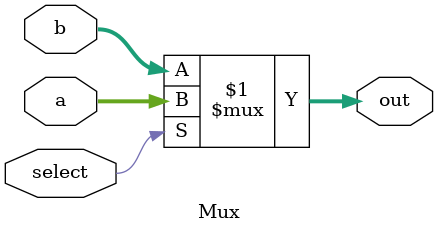
<source format=v>
`timescale 1ns / 1ps


module Mux(
    input select,
    input [31:0] a,
    input [31:0] b,
    output [31:0] out
    );
    
    assign out = select ? a : b;
    
endmodule

</source>
